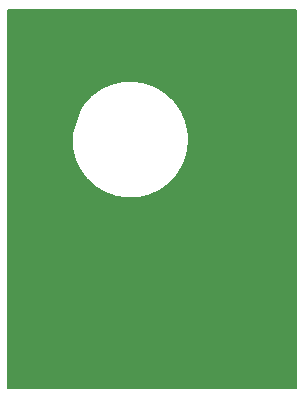
<source format=gbr>
%FSLAX23Y23*%
%MOIN*%
%ADD10C,0.00500*%
X0Y0D02*
D02*
D10*
X28Y42D02*
X987D01*
Y1302*
X28*
Y42*
X278Y987D02*
G75*
G02X593Y751I157J-118D01*
G01*
G75*
G02X278Y987I-157J118*
G01*
X28Y869D02*
G36*
Y42D01*
X987*
Y869*
X632*
G75*
G02X593Y751I-197*
G01*
G75*
G02X239Y869I-157J118*
G01*
X28*
G37*
X239D02*
G36*
G75*
G02X278Y987I197D01*
G01*
G75*
G02X632Y869I157J-118*
G01*
X987*
Y1302*
X28*
Y869*
X239*
G37*
X0Y0D02*
M02*

</source>
